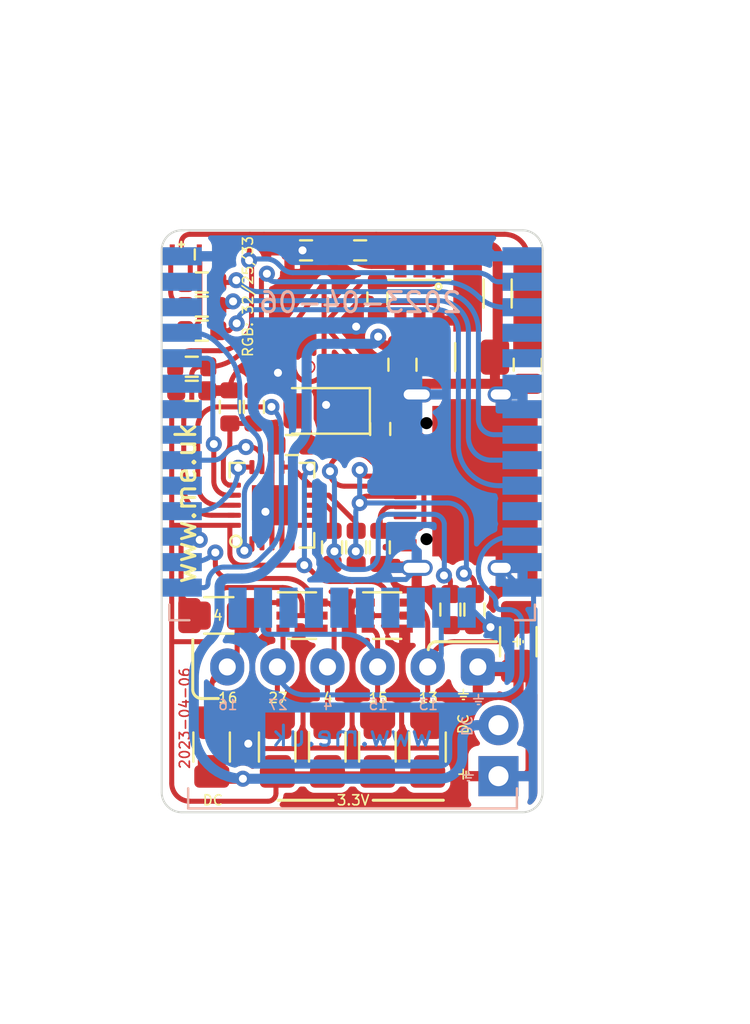
<source format=kicad_pcb>
(kicad_pcb (version 20211014) (generator pcbnew)
  (title_block (title "Generic ESP32 (suitable for battery operation)") (date "${DATE}") (rev "6") (comment 1 "www.me.uk") (comment 2 "@TheRealRevK"))
  (layers (0 "F.Cu" signal) (31 "B.Cu" signal) (34 "B.Paste" user) (35 "F.Paste" user) (36 "B.SilkS" user "B.Silkscreen") (37 "F.SilkS" user "F.Silkscreen") (38 "B.Mask" user) (39 "F.Mask" user) (44 "Edge.Cuts" user))
  (property "DATE" "2023-04-06")
  (net 0 "")
  (net 1 "D+")
  (net 2 "GND")
  (net 3 "D-")
  (net 4 "+3V3")
  (net 5 "VBUS")
  (net 6 "IO5")
  (net 7 "IO4")
  (net 8 "IO3")
  (net 9 "IO2")
  (net 10 "IO1")
  (net 11 "O")
  (net 12 "I")
  (net 22 "EN")
  (net 24 "Net-(J2-PadA5)")
  (net 25 "Net-(J2-PadB5)")
  (net 27 "Net-(J1-Pad6)")
  (net 28 "GPIO0")
  (net 32 "DC")
  (net 35 "CHARGER")
  (net 36 "USB")
  (net 37 "Net-(R15-Pad2)")
  (net 38 "Net-(D1-Pad3)")
  (net 39 "R")
  (net 40 "G")
  (net 41 "B")
  (net 44 "Net-(R17-Pad2)")
  (net 45 "Net-(C4-Pad1)")
  (net 46 "Net-(D1-Pad4)")
  (net 47 "Net-(C3-Pad1)")
  (net 49 "Net-(D1-Pad1)")
  (footprint "RevK:Pad_1206_0805_Open" (layer "F.Cu") (at 130.47 124.35 90)
    (fp_text reference "R2" hide)
    (fp_text value "NF")
  )
  (footprint "RevK:Pad_1206_0805_Open" (layer "F.Cu") (at 127.97 124.35 90)
    (fp_text reference "R3" hide)
    (fp_text value "NF")
  )
  (footprint "RevK:Pad_1206_0805_Open" (layer "F.Cu") (at 125.47 124.35 90)
    (fp_text reference "R4" hide)
    (fp_text value "NF")
  )
  (footprint "RevK:Pad_1206_0805_Open" (layer "F.Cu") (at 122.97 124.35 90)
    (fp_text reference "R5" hide)
    (fp_text value "NF")
  )
  (footprint "RevK:Pad_1206_0805_Open" (layer "F.Cu") (at 119.7 124.35 90)
    (fp_text reference "R6" hide)
    (fp_text value "NF")
  )
  (footprint "RevK:USC16-TR" (layer "F.Cu") (at 131.8 111.1 90)
    (fp_text reference "J2" hide)
    (fp_text value "USB-C")
  )
  (footprint "RevK:DC" (layer "F.Cu") (at 134 125.8)
    (fp_text reference "J3" hide)
    (fp_text value "DC")
  )
  (footprint "RevK:Pad_1206_0805_Open" (layer "F.Cu") (at 135 119.1 90)
    (fp_text reference "C1" hide)
    (fp_text value "NF")
  )
  (footprint "RevK:R_0603" (layer "F.Cu") (at 119.2 102.4)
    (fp_text reference "R10" hide)
    (fp_text value "100R")
  )
  (footprint "Diode_SMD:D_1206_3216Metric" (layer "F.Cu") (at 125.3 107.6 180)
    (fp_text reference "D2" hide)
    (fp_text value "D")
  )
  (footprint "RevK:C_0603" (layer "F.Cu") (at 118.7 106.6)
    (fp_text reference "C2" hide)
    (fp_text value "100nF")
  )
  (footprint "RevK:R_0603" (layer "F.Cu") (at 128.1 108.5 -90)
    (fp_text reference "R12" hide)
    (fp_text value "5K1")
  )
  (footprint "RevK:Pad_1206_0805_Open" (layer "F.Cu") (at 120.05 117.8)
    (fp_text reference "R7" hide)
    (fp_text value "NF")
  )
  (footprint "Package_TO_SOT_SMD:SOT-363_SC-70-6" (layer "F.Cu") (at 124.2 117.8)
    (fp_text reference "D4" hide)
    (fp_text value "BAV99S")
  )
  (footprint "Package_TO_SOT_SMD:SOT-363_SC-70-6" (layer "F.Cu") (at 128.45 117.8)
    (fp_text reference "D3" hide)
    (fp_text value "BAV99S")
  )
  (footprint "RevK:R_0603" (layer "F.Cu") (at 128.08 114.4 -90)
    (fp_text reference "R11" hide)
    (fp_text value "5K1")
  )
  (footprint "RevK:R_0603" (layer "F.Cu") (at 126.9 114.4 90)
    (fp_text reference "R13" hide)
    (fp_text value "27R")
  )
  (footprint "RevK:R_0603" (layer "F.Cu") (at 125.7 114.4 -90)
    (fp_text reference "R14" hide)
    (fp_text value "27R")
  )
  (footprint "RevK:MHS190RGBCT" (layer "F.Cu") (at 118.4 99.805)
    (fp_text reference "D1" hide)
    (fp_text value "LED_BARG" hide)
  )
  (footprint "RevK:R_0603" (layer "F.Cu") (at 119.2 101.2)
    (fp_text reference "R8" hide)
    (fp_text value "300R")
  )
  (footprint "RevK:R_0603" (layer "F.Cu") (at 119.2 103.6)
    (fp_text reference "R9" hide)
    (fp_text value "1K")
  )
  (footprint "RevK:C_0603" (layer "F.Cu") (at 123.7 109.3)
    (fp_text reference "C5" hide)
    (fp_text value "10nF")
  )
  (footprint "RevK:C_0603" (layer "F.Cu") (at 132.8 117.5 -90)
    (fp_text reference "C3" hide)
    (fp_text value "47pF")
  )
  (footprint "RevK:C_0603" (layer "F.Cu") (at 131.6 117.5 -90)
    (fp_text reference "C4" hide)
    (fp_text value "47pF")
  )
  (footprint "RevK:C_0805_" (layer "F.Cu") (at 129.21 105.3 90)
    (fp_text reference "C7" hide)
    (fp_text value "2.2uF")
  )
  (footprint "RevK:C_0805_" (layer "F.Cu") (at 135.46 105.3 90)
    (fp_text reference "C8" hide)
    (fp_text value "10uF")
  )
  (footprint "RevK:D_1206_" (layer "F.Cu") (at 132.34 104.92)
    (fp_text reference "D5" hide)
    (fp_text value "Schottky")
  )
  (footprint "RevK:L_4x4_" (layer "F.Cu") (at 133.96 101.75)
    (fp_text reference "L1" hide)
    (fp_text value "6.8uH")
  )
  (footprint "RevK:C_0603_" (layer "F.Cu") (at 127.96 102 -90)
    (fp_text reference "C6" hide)
    (fp_text value "100nF")
  )
  (footprint "RevK:R_0603" (layer "F.Cu") (at 121.8 107.4 -90)
    (fp_text reference "R15" hide)
    (fp_text value "4k7")
  )
  (footprint "RevK:R_0603" (layer "F.Cu") (at 118.7 105.4 180)
    (fp_text reference "R1" hide)
    (fp_text value "10k")
  )
  (footprint "RevK:R_0603" (layer "F.Cu") (at 124.4 99.6)
    (fp_text reference "R18" hide)
    (fp_text value "30k 1%")
  )
  (footprint "RevK:AJK" (layer "F.Cu") (at 125.3 103.3)
    (fp_text reference "Logo1" hide)
    (fp_text value "AJK" hide)
  )
  (footprint "RevK:R_0603" (layer "F.Cu") (at 127.1 99.6 180)
    (fp_text reference "R17" hide)
    (fp_text value "100k 1%")
  )
  (footprint "RevK:R_0603" (layer "F.Cu") (at 120.6 107.4 90)
    (fp_text reference "R16" hide)
    (fp_text value "10k")
  )
  (footprint "RevK:QFN-20-1EP_4x4mm_P0.5mm_EP2.5x2.5mm" (layer "F.Cu") (at 122.7 112.3 90)
    (fp_text reference "U2" hide)
    (fp_text value "FT231XQ")
  )
  (footprint "RevK:SOT-23-Thin-6-Reg" (layer "F.Cu") (at 130.06 101.75)
    (fp_text reference "U3" hide)
    (fp_text value "LMR16006XDDCR")
  )
  (footprint "RevK:PTSM-HH-6-RA" (layer "B.Cu") (at 126.72 120.3575 180)
    (fp_text reference "J1" hide)
    (fp_text value "Connector")
  )
  (footprint "RevK:ESP32-WROOM-32" (layer "B.Cu") (at 126.7 108.15 180)
    (fp_text reference "U1" hide)
    (fp_text value "ESP32-WROOM-32")
  )
  (gr_line (start 123 127) (end 125.75 127) (layer "F.SilkS") (width 0.15))
  (gr_line (start 133.9 119.1) (end 130.9 119.1) (layer "F.SilkS") (width 0.15))
  (gr_line (start 119.2 121.932613) (end 120.025 121.929844) (layer "F.SilkS") (width 0.15))
  (gr_line (start 118.75 119) (end 118.747231 121.479844) (layer "F.SilkS") (width 0.15))
  (gr_arc (start 130.5 119.5) (mid 130.617157 119.217157) (end 130.9 119.1) (layer "F.SilkS") (width 0.15))
  (gr_arc (start 119.2 121.932613) (mid 118.879844 121.8) (end 118.747231 121.479844) (layer "F.SilkS") (width 0.15))
  (gr_line (start 131.25 127) (end 127.75 127) (layer "F.SilkS") (width 0.15))
  (gr_line (start 118.2 127.6) (end 135.2 127.6) (layer "Edge.Cuts") (width 0.1))
  (gr_line (start 136.2 126.6) (end 136.2 99.6) (layer "Edge.Cuts") (width 0.1))
  (gr_line (start 117.2 99.6) (end 117.2 126.6) (layer "Edge.Cuts") (width 0.1))
  (gr_arc (start 136.2 126.6) (mid 135.907107 127.307107) (end 135.2 127.6) (layer "Edge.Cuts") (width 0.1))
  (gr_line (start 135.2 98.6) (end 118.2 98.6) (layer "Edge.Cuts") (width 0.1))
  (gr_arc (start 135.2 98.6) (mid 135.907107 98.892893) (end 136.2 99.6) (layer "Edge.Cuts") (width 0.1))
  (gr_arc (start 117.2 99.6) (mid 117.492893 98.892893) (end 118.2 98.6) (layer "Edge.Cuts") (width 0.1))
  (gr_arc (start 118.2 127.6) (mid 117.492893 127.307107) (end 117.2 126.6) (layer "Edge.Cuts") (width 0.1))
  (gr_text "${DATE}" (at 118.35 122.91 90) (layer "F.Cu") (effects (font (size 0.5 0.5) (thickness 0.08))))
  (gr_text "www.me.uk" (at 126.7 123.8) (layer "B.Cu") (effects (font (size 1 1)) (justify mirror)))
  (gr_text "⏚" (at 133 122) (layer "B.SilkS") (effects (font (size 0.5 0.5) (thickness 0.08)) (justify mirror)))
  (gr_text "DC" (at 132.4 123.3 270) (layer "B.SilkS") (effects (font (size 0.5 0.5) (thickness 0.08)) (justify mirror)))
  (gr_text "4" (at 125.5 122.25) (layer "B.SilkS") (effects (font (size 0.5 0.5) (thickness 0.08)) (justify mirror)))
  (gr_text "15" (at 128 122.25) (layer "B.SilkS") (effects (font (size 0.5 0.5) (thickness 0.08)) (justify mirror)))
  (gr_text "${DATE}" (at 127.1 102.2) (layer "B.SilkS") (effects (font (size 1 1)) (justify mirror)))
  (gr_text "⏚" (at 132.5 125.8) (layer "B.SilkS") (effects (font (size 0.5 0.5) (thickness 0.08)) (justify mirror)))
  (gr_text "27" (at 123 122.25) (layer "B.SilkS") (effects (font (size 0.5 0.5) (thickness 0.08)) (justify mirror)))
  (gr_text "13" (at 130.5 122.25) (layer "B.SilkS") (effects (font (size 0.5 0.5) (thickness 0.08)) (justify mirror)))
  (gr_text "16" (at 120.5 122.25) (layer "B.SilkS") (effects (font (size 0.5 0.5) (thickness 0.08)) (justify mirror)))
  (gr_text "⏚" (at 132.25 121.75) (layer "F.SilkS") (effects (font (size 0.5 0.5) (thickness 0.08))))
  (gr_text "3.3V" (at 126.75 127) (layer "F.SilkS") (effects (font (size 0.5 0.5) (thickness 0.08))))
  (gr_text "⏚" (at 135 119.1 90) (layer "F.SilkS") (effects (font (size 0.5 0.5) (thickness 0.08))))
  (gr_text "DC" (at 132.25 123.2 90) (layer "F.SilkS") (effects (font (size 0.5 0.5) (thickness 0.08))))
  (gr_text "⏚" (at 132.3 125.7 90) (layer "F.SilkS") (effects (font (size 0.5 0.5) (thickness 0.08))))
  (gr_text "13" (at 130.5 121.9) (layer "F.SilkS") (effects (font (size 0.5 0.5) (thickness 0.08))))
  (gr_text "RGB: 32/25/33" (at 121.5 101.9 90) (layer "F.SilkS") (effects (font (size 0.5 0.5) (thickness 0.08))))
  (gr_text "DC" (at 119.75 127) (layer "F.SilkS") (effects (font (size 0.5 0.5) (thickness 0.08))))
  (gr_text "16" (at 120.5 121.9) (layer "F.SilkS") (effects (font (size 0.5 0.5) (thickness 0.08))))
  (gr_text "15" (at 128 121.9) (layer "F.SilkS") (effects (font (size 0.5 0.5) (thickness 0.08))))
  (gr_text "www.me.uk" (at 118.4 112.2 90) (layer "F.SilkS") (effects (font (size 1 1))))
  (gr_text "4" (at 125.5 121.9) (layer "F.SilkS") (effects (font (size 0.5 0.5) (thickness 0.08))))
  (gr_text "27" (at 123 121.9) (layer "F.SilkS") (effects (font (size 0.5 0.5) (thickness 0.08))))
  (gr_text "4" (at 120 117.8) (layer "F.SilkS") (effects (font (size 0.5 0.5) (thickness 0.08))))
  (segment (start 124.6 112.3) (end 125.4 112.3) (width 0.25) (layer "F.Cu") (net 1))
  (segment (start 125.7 112.6) (end 125.7 113.575) (width 0.25) (layer "F.Cu") (net 1))
  (segment (start 125.4 112.3) (end 125.7 112.6) (width 0.25) (layer "F.Cu") (net 1))
  (segment (start 123.263855 100.836145) (end 123.263855 100.920261) (width 0.25) (layer "F.Cu") (net 2))
  (segment (start 129.77 115.225) (end 129.965 115.42) (width 0.25) (layer "F.Cu") (net 2))
  (segment (start 122.40001 117.42499) (end 122.40001 118.664627) (width 0.25) (layer "F.Cu") (net 2))
  (segment (start 128.325 107.9) (end 129.34 107.9) (width 0.25) (layer "F.Cu") (net 2))
  (segment (start 124.5 124.4) (end 126.7 124.4) (width 0.25) (layer "F.Cu") (net 2))
  (segment (start 129.17001 118.67999) (end 129.17001 124.27001) (width 0.25) (layer "F.Cu") (net 2))
  (segment (start 121.8 105.8) (end 121.85048 105.85048) (width 0.25) (layer "F.Cu") (net 2))
  (segment (start 123.7 114.2) (end 123.7 113.3) (width 0.25) (layer "F.Cu") (net 2))
  (segment (start 129.3 124.4) (end 131.13313 124.4) (width 0.25) (layer "F.Cu") (net 2))
  (segment (start 126.7 117.55) (end 126.7 124.4) (width 0.25) (layer "F.Cu") (net 2))
  (segment (start 133.045 120.5) (end 135.6 120.5) (width 0.5) (layer "F.Cu") (net 2))
  (segment (start 123.2 114.2) (end 123.2 112.8) (width 0.25) (layer "F.Cu") (net 2))
  (segment (start 131.6 118.11566) (end 131.6 118.35) (width 0.25) (layer "F.Cu") (net 2))
  (segment (start 127.5 117.15) (end 127.1 117.15) (width 0.25) (layer "F.Cu") (net 2))
  (segment (start 123.575 99.6) (end 123.575 100.525) (width 0.25) (layer "F.Cu") (net 2))
  (segment (start 133.7 118.5) (end 132.95 118.5) (width 0.25) (layer "F.Cu") (net 2))
  (segment (start 122.8 102.6) (end 122.8 103.8) (width 0.25) (layer "F.Cu") (net 2))
  (segment (start 124.2255 100.5495) (end 124.125 100.65) (width 0.25) (layer "F.Cu") (net 2))
  (segment (start 129.2 106.25) (end 129.435 106.25) (width 0.5) (layer "F.Cu") (net 2))
  (segment (start 132.53313 125.8) (end 134 125.8) (width 0.25) (layer "F.Cu") (net 2))
  (segment (start 123.575 99.6) (end 124.2255 99.6) (width 0.25) (layer "F.Cu") (net 2))
  (segment (start 124.249999 124.349999) (end 124.249999 118.800001) (width 0.25) (layer "F.Cu") (net 2))
  (segment (start 125.15 118.45) (end 124.6 118.45) (width 0.25) (layer "F.Cu") (net 2))
  (segment (start 122.2 113.1) (end 122.7 112.6) (width 0.25) (layer "F.Cu") (net 2))
  (segment (start 124.125 100.65) (end 123.575 100.65) (width 0.25) (layer "F.Cu") (net 2))
  (segment (start 129.385 107.9) (end 128.325 107.9) (width 0.25) (layer "F.Cu") (net 2))
  (segment (start 122.7 112.3) (end 123.7 113.3) (width 0.25) (layer "F.Cu") (net 2))
  (segment (start 128.1 115.225) (end 129.77 115.225) (width 0.25) (layer "F.Cu") (net 2))
  (segment (start 121.006586 105.593413) (end 121.3 105.3) (width 0.25) (layer "F.Cu") (net 2))
  (segment (start 121.722999 119.341638) (end 121.722999 121.577001) (width 0.25) (layer "F.Cu") (net 2))
  (segment (start 131.13313 124.4) (end 132.53313 125.8) (width 0.25) (layer "F.Cu") (net 2))
  (segment (start 121.764992 124.42499) (end 124.47501 124.42499) (width 0.25) (layer "F.Cu") (net 2))
  (segment (start 129.435 106.25) (end 129.965 106.78) (width 0.5) (layer "F.Cu") (net 2))
  (segment (start 130.29217 116.80783) (end 131.6 118.11566) (width 0.25) (layer "F.Cu") (net 2))
  (segment (start 123.1 101.084116) (end 123.1 102.3) (width 0.25) (layer "F.Cu") (net 2))
  (segment (start 124.6 113.3) (end 123.7 113.3) (width 0.25) (layer "F.Cu") (net 2))
  (segment (start 121.3 105.3) (end 122.3 104.3) (width 0.25) (layer "F.Cu") (net 2))
  (segment (start 135.6 120.5) (end 135.6 125.45) (width 0.5) (layer "F.Cu") (net 2))
  (segment (start 122.2 114.2) (end 122.2 112.8) (width 0.25) (layer "F.Cu") (net 2))
  (segment (start 122.7 109.525) (end 122.925 109.3) (width 0.25) (layer "F.Cu") (net 2))
  (segment (start 121.3 105.3) (end 121.8 105.8) (width 0.25) (layer "F.Cu") (net 2))
  (segment (start 121.85048 105.85048) (end 122.63671 105.85048) (width 0.25) (layer "F.Cu") (net 2))
  (segment (start 129.17001 124.27001) (end 129.3 124.4) (width 0.25) (layer "F.Cu") (net 2))
  (segment (start 124.5 124.4) (end 124.3 124.4) (width 0.25) (layer "F.Cu") (net 2))
  (segment (start 132.95 118.5) (end 132.8 118.35) (width 0.25) (layer "F.Cu") (net 2))
  (segment (start 126.7 124.4) (end 129.3 124.4) (width 0.25) (layer "F.Cu") (net 2))
  (segment (start 123.575 100.525) (end 123.263855 100.836145) (width 0.25) (layer "F.Cu") (net 2))
  (segment (start 124.47501 124.42499) (end 124.5 124.4) (width 0.25) (layer "F.Cu") (net 2))
  (segment (start 124.2255 99.6) (end 124.2255 100.5495) (width 0.25) (layer "F.Cu") (net 2))
  (segment (start 124.3 124.4) (end 124.249999 124.349999) (width 0.25) (layer "F.Cu") (net 2))
  (segment (start 123.25 117.15) (end 122.675 117.15) (width 0.25) (layer "F.Cu") (net 2))
  (segment (start 122.3 104.3) (end 122.8 103.8) (width 0.25) (layer "F.Cu") (net 2))
  (segment (start 135.25 125.8) (end 134 125.8) (width 0.5) (layer "F.Cu") (net 2))
  (segment (start 123.1 102.3) (end 122.8 102.6) (width 0.25) (layer "F.Cu") (net 2))
  (segment (start 122.2 112.8) (end 122.375 112.625) (width 0.25) (layer "F.Cu") (net 2))
  (segment (start 129.92 114.88) (end 129.92 115.42) (width 0.25) (layer "F.Cu") (net 2))
  (segment (start 129.34 107.36) (end 129.34 107.9) (width 0.25) (layer "F.Cu") (net 2))
  (segment (start 122.375 112.625) (end 122.7 112.3) (width 0.25) (layer "F.Cu") (net 2))
  (segment (start 122.7 114.2) (end 122.7 112.3) (width 0.25) (layer "F.Cu") (net 2))
  (segment (start 129.965 115.42) (end 129.965 116.017972) (width 0.25) (layer "F.Cu") (net 2))
  (segment (start 122.40001 118.664627) (end 121.9 119.164637) (width 0.25) (layer "F.Cu") (net 2))
  (segment (start 123.263855 100.920261) (end 123.1 101.084116) (width 0.25) (layer "F.Cu") (net 2))
  (segment (start 121.520001 121.779999) (end 121.520001 124.179999) (width 0.25) (layer "F.Cu") (net 2))
  (segment (start 129.4 118.45) (end 129.17001 118.67999) (width 0.25) (layer "F.Cu") (net 2))
  (segment (start 122.7 112.3) (end 122.7 109.525) (width 0.25) (layer "F.Cu") (net 2))
  (via (at 133.6 118.3755) (size 0.8) (drill 0.4) (layers "F.Cu" "B.Cu") (net 2))
  (via (at 125.4 107.3) (size 0.8) (drill 0.4) (layers "F.Cu" "B.Cu") (net 2))
  (via (at 121.520001 124.179999) (size 0.8) (drill 0.4) (layers "F.Cu" "B.Cu") (net 2))
  (via (at 124.2255 99.6) (size 0.8) (drill 0.4) (layers "F.Cu" "B.Cu") (net 2))
  (via (at 126.9 103.4) (size 0.8) (drill 0.4) (layers "F.Cu" "B.Cu") (net 2))
  (via (at 122.375 112.625) (size 0.8) (drill 0.4) (layers "F.Cu" "B.Cu") (net 2))
  (via (at 123 105.7) (size 0.8) (drill 0.4) (layers "F.Cu" "B.Cu") (net 2))
  (arc (start 120.6 106.575) (mid 120.705668 106.043769) (end 121.006586 105.593413) (width 0.25) (layer "F.Cu") (net 2))
  (arc (start 121.722999 121.577001) (mid 121.716263 121.593264) (end 121.7 121.6) (width 0.25) (layer "F.Cu") (net 2))
  (arc (start 128.1 107.675) (mid 128.165901 107.834099) (end 128.325 107.9) (width 0.25) (layer "F.Cu") (net 2))
  (arc (start 129.92 106.78) (mid 129.509878 106.949878) (end 129.34 107.36) (width 0.25) (layer "F.Cu") (net 2))
  (arc (start 122.63671 105.85048) (mid 122.833321 105.811371) (end 123 105.7) (width 0.25) (layer "F.Cu") (net 2))
  (arc (start 124.6 118.45) (mid 124.352512 118.552513) (end 124.249999 118.800001) (width 0.25) (layer "F.Cu") (net 2))
  (arc (start 127.1 117.15) (mid 126.817157 117.267157) (end 126.7 117.55) (width 0.25) (layer "F.Cu") (net 2))
  (arc (start 121.9 119.164637) (mid 121.774841 119.216479) (end 121.722999 119.341638) (width 0.25) (layer "F.Cu") (net 2))
  (arc (start 135.6 125.45) (mid 135.497487 125.697487) (end 135.25 125.8) (width 0.5) (layer "F.Cu") (net 2))
  (arc (start 129.965 116.017972) (mid 130.050028 116.44544) (end 130.29217 116.80783) (width 0.25) (layer "F.Cu") (net 2))
  (arc (start 122.675 117.15) (mid 122.480553 117.230543) (end 122.40001 117.42499) (width 0.25) (layer "F.Cu") (net 2))
  (arc (start 129.34 114.3) (mid 129.750122 114.469878) (end 129.92 114.88) (width 0.25) (layer "F.Cu") (net 2))
  (arc (start 121.7 121.6) (mid 121.572721 121.65272) (end 121.520001 121.779999) (width 0.25) (layer "F.Cu") (net 2))
  (segment (start 132.605 117.405) (end 133.7 118.5) (width 0.25) (layer "B.Cu") (net 2))
  (segment (start 135.2 115.135) (end 134.42 115.135) (width 0.25) (layer "B.Cu") (net 2))
  (segment (start 133.705 99.895) (end 135.2 99.895) (width 0.5) (layer "B.Cu") (net 2))
  (segment (start 134.67 106.245) (end 134.135 106.78) (width 0.25) (layer "B.Cu") (net 2))
  (segment (start 129.385 116) (end 129.965 115.42) (width 0.25) (layer "B.Cu") (net 2))
  (segment (start 135.2 106.245) (end 134.67 106.245) (width 0.25) (layer "B.Cu") (net 2))
  (segment (start 135.2 116.405) (end 135.305 116.405) (width 0.25) (layer "B.Cu") (net 2))
  (segment (start 132.415 117.405) (end 132.605 117.405) (width 0.25) (layer "B.Cu") (net 2))
  (segment (start 135.2 116.405) (end 135.12 116.405) (width 0.25) (layer "B.Cu") (net 2))
  (segment (start 129.92 106.78) (end 128.315 106.78) (width 0.25) (layer "B.Cu") (net 2))
  (segment (start 135.2 107.515) (end 134.87 107.515) (width 0.25) (layer "B.Cu") (net 2))
  (segment (start 124.700556 99.124944) (end 125.775056 99.124944) (width 0.25) (layer "B.Cu") (net 2))
  (segment (start 135.75 116.85) (end 135.75 125.25) (width 0.25) (layer "B.Cu") (net 2))
  (segment (start 120.405 99.895) (end 118.2 99.895) (width 0.5) (layer "B.Cu") (net 2))
  (segment (start 125.036119 113.317927) (end 125.036119 115.236119) (width 0.25) (layer "B.Cu") (net 2))
  (segment (start 133.445 99.635) (end 133.705 99.895) (width 0.5) (layer "B.Cu") (net 2))
  (segment (start 134.87 107.515) (end 134.135 106.78) (width 0.25) (layer "B.Cu") (net 2))
  (segment (start 125.8 116) (end 129.385 116) (width 0.25) (layer "B.Cu") (net 2))
  (segment (start 135.25 125.75) (end 134.05 125.75) (width 0.25) (layer "B.Cu") (net 2))
  (segment (start 121.024944 99.275056) (end 120.405 99.895) (width 0.5) (layer "B.Cu") (net 2))
  (segment (start 125.775056 99.124944) (end 132.213616 99.124944) (width 0.5) (layer "B.Cu") (net 2))
  (segment (start 125.036119 115.236119) (end 125.8 116) (width 0.25) (layer "B.Cu") (net 2))
  (segment (start 124.2255 99.6) (end 124.700556 99.124944) (width 0.25) (layer "B.Cu") (net 2))
  (segment (start 125.009096 113.290904) (end 125.036119 113.317927) (width 0.25) (layer "B.Cu") (net 2))
  (segment (start 134.42 115.135) (end 134.135 115.42) (width 0.25) (layer "B.Cu") (net 2))
  (segment (start 135.12 116.405) (end 134.135 115.42) (width 0.25) (layer "B.Cu") (net 2))
  (segment (start 125.775056 99.124944) (end 121.387346 99.124944) (width 0.5) (layer "B.Cu") (net 2))
  (arc (start 121.387346 99.124944) (mid 121.191216 99.163956) (end 121.024944 99.275056) (width 0.5) (layer "B.Cu") (net 2))
  (arc (start 128.315 106.78) (mid 127.880129 106.960129) (end 127.7 107.395) (width 0.25) (layer "B.Cu") (net 2))
  (arc (start 134.05 125.75) (mid 134.014645 125.764645) (end 134 125.8) (width 0.25) (layer "B.Cu") (net 2))
  (arc (start 135.75 125.25) (mid 135.603553 125.603553) (end 135.25 125.75) (width 0.25) (layer "B.Cu") (net 2))
  (arc (start 132.213616 99.124944) (mid 132.880036 99.257503) (end 133.445 99.635) (width 0.5) (layer "B.Cu") (net 2))
  (arc (start 135.305 116.405) (mid 135.619663 116.535337) (end 135.75 116.85) (width 0.25) (layer "B.Cu") (net 2))
  (segment (start 125.535704 111.8) (end 126.9 113.164296) (width 0.25) (layer "F.Cu") (net 3))
  (segment (start 126.9 113.164296) (end 126.9 113.575) (width 0.25) (layer "F.Cu") (net 3))
  (segment (start 124.6 111.8) (end 125.535704 111.8) (width 0.25) (layer "F.Cu") (net 3))
  (segment (start 135.46 99.96) (end 135.46 101.8) (width 0.25) (layer "F.Cu") (net 4))
  (segment (start 123.7 110.4) (end 124.2 110.9) (width 0.25) (layer "F.Cu") (net 4))
  (segment (start 127.6 116.1) (end 125.624264 116.1) (width 0.25) (layer "F.Cu") (net 4))
  (segment (start 117.875 105.4) (end 117.875 106.55) (width 0.25) (layer "F.Cu") (net 4))
  (segment (start 121.6 98.8) (end 118.605 98.8) (width 0.25) (layer "F.Cu") (net 4))
  (segment (start 122.3 98.8) (end 121.6 98.8) (width 0.25) (layer "F.Cu") (net 4))
  (segment (start 117.7 113.3) (end 120.8 113.3) (width 0.25) (layer "F.Cu") (net 4))
  (segment (start 127.925 98.825) (end 127.9 98.8) (width 0.25) (layer "F.Cu") (net 4))
  (segment (start 120.078341 104.6) (end 118.675 104.6) (width 0.25) (layer "F.Cu") (net 4))
  (segment (start 128.5 117.1) (end 128.5 117) (width 0.25) (layer "F.Cu") (net 4))
  (segment (start 123.25 117.8) (end 124.2 117.8) (width 0.25) (layer "F.Cu") (net 4))
  (segment (start 120.6 113.3) (end 120.6 114.7) (width 0.25) (layer "F.Cu") (net 4))
  (segment (start 124.405339 115.336763) (end 124.361361 115.336763) (width 0.25) (layer "F.Cu") (net 4))
  (segment (start 127.5 117.8) (end 128.5 117.8) (width 0.25) (layer "F.Cu") (net 4))
  (segment (start 125.47 125.8125) (end 127.97 125.8125) (width 0.5) (layer "F.Cu") (net 4))
  (segment (start 121.56 100.1) (end 121.56 98.84) (width 0.25) (layer "F.Cu") (net 4))
  (segment (start 120.5 116.4) (end 123.231389 116.4) (width 0.25) (layer "F.Cu") (net 4))
  (segment (start 121.412895 103.812895) (end 121.012895 104.212895) (width 0.25) (layer "F.Cu") (net 4))
  (segment (start 119.97452 118.484312) (end 119.97452 116.92548) (width 0.25) (layer "F.Cu") (net 4))
  (segment (start 124.361361 115.336763) (end 124.311618 115.28702) (width 0.25) (layer "F.Cu") (net 4))
  (segment (start 124.2 117.8) (end 125.15 117.8) (width 0.25) (layer "F.Cu") (net 4))
  (segment (start 118.175 99.23) (end 118.175 99.805) (width 0.25) (layer "F.Cu") (net 4))
  (segment (start 121.18702 115.28702) (end 124.311618 115.28702) (width 0.25) (layer "F.Cu") (net 4))
  (segment (start 128.5 117.8) (end 129.4 117.8) (width 0.25) (layer "F.Cu") (net 4))
  (segment (start 117.69999 126.14999) (end 117.69999 113.29999) (width 0.25) (layer "F.Cu") (net 4))
  (segment (start 117.69999 113.29999) (end 117.69999 106.82501) (width 0.25) (layer "F.Cu") (net 4))
  (segment (start 122.5 127.05) (end 118.6 127.05) (width 0.25) (layer "F.Cu") (net 4))
  (segment (start 124.6 110.5) (end 124.6 110.4) (width 0.25) (layer "F.Cu") (net 4))
  (segment (start 127.925 99.6) (end 127.925 98.825) (width 0.25) (layer "F.Cu") (net 4))
  (segment (start 121.68328 100.397624) (end 121.68328 103.160128) (width 0.25) (layer "F.Cu") (net 4))
  (segment (start 117.69999 119.10001) (end 119.358822 119.10001) (width 0.25) (layer "F.Cu") (net 4))
  (segment (start 124.2 117.227189) (end 124.2 117.8) (width 0.25) (layer "F.Cu") (net 4))
  (segment (start 134.3 98.8) (end 127.9 98.8) (width 0.25) (layer "F.Cu") (net 4))
  (segment (start 127.97 125.8125) (end 130.47 125.8125) (width 0.5) (layer "F.Cu") (net 4))
  (segment (start 124.2 110.9) (end 124.6 111.3) (width 0.25) (layer "F.Cu") (net 4))
  (segment (start 124.9 115.8) (end 124.506783 115.406784) (width 0.25) (layer "F.Cu") (net 4))
  (segment (start 117.7 113.3) (end 117.69999 113.29999) (width 0.25) (layer "F.Cu") (net 4))
  (segment (start 122.9 125.8825) (end 122.9 126.65) (width 0.25) (layer "F.Cu") (net 4))
  (segment (start 128.5 117.8) (end 128.5 117.1) (width 0.25) (layer "F.Cu") (net 4))
  (segment (start 122.3 98.8) (end 127.9 98.8) (width 0.25) (layer "F.Cu") (net 4))
  (segment (start 124.2 110.9) (end 124.6 110.5) (width 0.25) (layer "F.Cu") (net 4))
  (segment (start 123.2 110.4) (end 123.7 110.4) (width 0.25) (layer "F.Cu") (net 4))
  (segment (start 122.97 125.8125) (end 125.47 125.8125) (width 0.5) (layer "F.Cu") (net 4))
  (via (at 124.6 110.4) (size 0.8) (drill 0.4) (layers "F.Cu" "B.Cu") (net 4))
  (via (at 121.56 100.1) (size 0.8) (drill 0.4) (layers "F.Cu" "B.Cu") (net 4))
  (via (at 124.311618 115.28702) (size 0.8) (drill 0.4) (layers "F.Cu" "B.Cu") (net 4))
  (arc (start 125.624264 116.1) (mid 125.232295 116.022033) (end 124.9 115.8) (width 0.25) (layer "F.Cu") (net 4))
  (arc (start 118.675 104.6) (mid 118.109315 104.834315) (end 117.875 105.4) (width 0.25) (layer "F.Cu") (net 4))
  (arc (start 122.97 125.8125) (mid 122.920503 125.833003) (end 122.9 125.8825) (width 0.25) (layer "F.Cu") (net 4))
  (arc (start 121.68328 103.160128) (mid 121.613009 103.513402) (end 121.412895 103.812895) (width 0.25) (layer "F.Cu") (net 4))
  (arc (start 121.56 100.1) (mid 121.65124 100.23655) (end 121.68328 100.397624) (width 0.25) (layer "F.Cu") (net 4))
  (arc (start 123.231389 116.4) (mid 123.640328 116.481343) (end 123.987011 116.712989) (width 0.25) (layer "F.Cu") (net 4))
  (arc (start 128.5 117) (mid 128.236396 116.363604) (end 127.6 116.1) (width 0.25) (layer "F.Cu") (net 4))
  (arc (start 119.97452 116.92548) (mid 120.12843 116.55391) (end 120.5 116.4) (width 0.25) (layer "F.Cu") (net 4))
  (arc (start 121.56 98.84) (mid 121.571716 98.811716) (end 121.6 98.8) (width 0.25) (layer "F.Cu") (net 4))
  (arc (start 117.925 106.6) (mid 117.765894 106.665904) (end 117.69999 106.82501) (width 0.25) (layer "F.Cu") (net 4))
  (arc (start 117.875 106.55) (mid 117.889645 106.585355) (end 117.925 106.6) (width 0.25) (layer "F.Cu") (net 4))
  (arc (start 118.6 127.05) (mid 117.963597 126.786393) (end 117.69999 126.14999) (width 0.25) (layer "F.Cu") (net 4))
  (arc (start 118.605 98.8) (mid 118.300944 98.925944) (end 118.175 99.23) (width 0.25) (layer "F.Cu") (net 4))
  (arc (start 120.6 114.7) (mid 120.771934 115.115086) (end 121.18702 115.28702) (width 0.25) (layer "F.Cu") (net 4))
  (arc (start 121.012895 104.212895) (mid 120.584117 104.499396) (end 120.078341 104.6) (width 0.25) (layer "F.Cu") (net 4))
  (arc (start 122.9 126.65) (mid 122.782843 126.932843) (end 122.5 127.05) (width 0.25) (layer "F.Cu") (net 4))
  (arc (start 134.3 98.8) (mid 135.120244 99.139756) (end 135.46 99.96) (width 0.25) (layer "F.Cu") (net 4))
  (arc (start 124.506783 115.406784) (mid 124.45906 115.367619) (end 124.405339 115.336763) (width 0.25) (layer "F.Cu") (net 4))
  (arc (start 123.987011 116.712989) (mid 124.144646 116.948906) (end 124.2 117.227189) (width 0.25) (layer "F.Cu") (net 4))
  (arc (start 119.358822 119.10001) (mid 119.794186 118.919676) (end 119.97452 118.484312) (width 0.25) (layer "F.Cu") (net 4))
  (segment (start 121.728994 100.03) (end 122.42766 100.03) (width 0.25) (layer "B.Cu") (net 4))
  (segment (start 133.991776 101.165) (end 135.2 101.165) (width 0.25) (layer "B.Cu") (net 4))
  (segment (start 124.318543 115.280095) (end 124.311618 115.28702) (width 0.25) (layer "B.Cu") (net 4))
  (segment (start 124.318543 115.280095) (end 124.318543 111.079497) (width 0.25) (layer "B.Cu") (net 4))
  (segment (start 122.995 100.265) (end 123.22 100.49) (width 0.25) (layer "B.Cu") (net 4))
  (segment (start 123.751126 100.71) (end 132.89331 100.71) (width 0.25) (layer "B.Cu") (net 4))
  (arc (start 123.22 100.49) (mid 123.463683 100.652824) (end 123.751126 100.71) (width 0.25) (layer "B.Cu") (net 4))
  (arc (start 124.318543 111.079497) (mid 124.391691 110.711756) (end 124.6 110.4) (width 0.25) (layer "B.Cu") (net 4))
  (arc (start 122.42766 100.03) (mid 122.734702 100.091074) (end 122.995 100.265) (width 0.25) (layer "B.Cu") (net 4))
  (arc (start 132.89331 100.71) (mid 133.324475 100.795764) (end 133.69 101.04) (width 0.25) (layer "B.Cu") (net 4))
  (arc (start 121.56 100.1) (mid 121.637536 100.048191) (end 121.728994 100.03) (width 0.25) (layer "B.Cu") (net 4))
  (arc (start 133.69 101.04) (mid 133.828456 101.132513) (end 133.991776 101.165) (width 0.25) (layer "B.Cu") (net 4))
  (segment (start 129.870006 113.5) (end 129.385 113.5) (width 0.25) (layer "F.Cu") (net 5))
  (segment (start 127.425 108.725) (end 127.125 109.025) (width 0.25) (layer "F.Cu") (net 5))
  (segment (start 130.280001 109.109995) (end 130.280001 113.090005) (width 0.25) (layer "F.Cu") (net 5))
  (segment (start 129.385 108.7) (end 129.870006 108.7) (width 0.25) (layer "F.Cu") (net 5))
  (segment (start 126.461092 109.3) (end 124.475 109.3) (width 0.25) (layer "F.Cu") (net 5))
  (segment (start 129.385 108.7) (end 129.28499 108.59999) (width 0.25) (layer "F.Cu") (net 5))
  (segment (start 124.475 108.988172) (end 124.475 109.3) (width 0.5) (layer "F.Cu") (net 5))
  (segment (start 129.28499 108.59999) (end 127.7268 108.59999) (width 0.25) (layer "F.Cu") (net 5))
  (segment (start 121.8 106.575) (end 122.856802 106.575) (width 0.25) (layer "F.Cu") (net 5))
  (arc (start 129.870006 108.7) (mid 130.159916 108.820085) (end 130.280001 109.109995) (width 0.25) (layer "F.Cu") (net 5))
  (arc (start 127.125 109.025) (mid 126.820396 109.22853) (end 126.461092 109.3) (width 0.25) (layer "F.Cu") (net 5))
  (arc (start 127.7268 108.59999) (mid 127.563467 108.632479) (end 127.425 108.725) (width 0.25) (layer "F.Cu") (net 5))
  (arc (start 123.9 107.6) (mid 124.325562 108.236898) (end 124.475 108.988172) (width 0.5) (layer "F.Cu") (net 5))
  (arc (start 130.280001 113.090005) (mid 130.159916 113.379915) (end 129.870006 113.5) (width 0.25) (layer "F.Cu") (net 5))
  (arc (start 122.856802 106.575) (mid 123.150778 106.633476) (end 123.4 106.8) (width 0.25) (layer "F.Cu") (net 5))
  (segment (start 118.166106 117.378606) (end 118.166106 114.233894) (width 0.25) (layer "F.Cu") (net 6))
  (segment (start 118.5875 117.8) (end 118.166106 117.378606) (width 0.25) (layer "F.Cu") (net 6))
  (segment (start 119.09812 114.0245) (end 118.3755 114.0245) (width 0.25) (layer "F.Cu") (net 6))
  (segment (start 118.3 116.9625) (end 119.1375 117.8) (width 0.25) (layer "F.Cu") (net 6))
  (via (at 119.09812 114.0245) (size 0.8) (drill 0.4) (layers "F.Cu" "B.Cu") (net 6))
  (arc (start 118.3755 114.0245) (mid 118.227436 114.08583) (end 118.166106 114.233894) (width 0.25) (layer "F.Cu") (net 6))
  (segment (start 122.97 120.5) (end 122.97 122.8875) (width 0.25) (layer "F.Cu") (net 7))
  (segment (start 123.25 118.45) (end 123.25 120.22) (width 0.25) (layer "F.Cu") (net 7))
  (arc (start 123.25 120.22) (mid 123.16799 120.41799) (end 122.97 120.5) (width 0.25) (layer "F.Cu") (net 7))
  (segment (start 133.36 116.44) (end 133.719436 116.799436) (width 0.25) (layer "B.Cu") (net 7))
  (segment (start 134.080002 121.75) (end 124.35 121.75) (width 0.25) (layer "B.Cu") (net 7))
  (segment (start 122.97 120.37) (end 122.97 120.3575) (width 0.25) (layer "B.Cu") (net 7))
  (segment (start 135.2 113.865) (end 134.635 113.865) (width 0.25) (layer "B.Cu") (net 7))
  (segment (start 133 115.5) (end 133 115.570884) (width 0.25) (layer "B.Cu") (net 7))
  (segment (start 135.172811 118.172811) (end 135.172811 120.657191) (width 0.25) (layer "B.Cu") (net 7))
  (segment (start 133.875 117.175) (end 133.875 117.275) (width 0.25) (layer "B.Cu") (net 7))
  (segment (start 134.1 117.5) (end 134.5 117.5) (width 0.25) (layer "B.Cu") (net 7))
  (arc (start 133.875 117.275) (mid 133.940901 117.434099) (end 134.1 117.5) (width 0.25) (layer "B.Cu") (net 7))
  (arc (start 134.635 113.865) (mid 133.47888 114.34388) (end 133 115.5) (width 0.25) (layer "B.Cu") (net 7))
  (arc (start 133 115.570884) (mid 133.093561 116.041246) (end 133.36 116.44) (width 0.25) (layer "B.Cu") (net 7))
  (arc (start 134.5 117.5) (mid 134.975749 117.697062) (end 135.172811 118.172811) (width 0.25) (layer "B.Cu") (net 7))
  (arc (start 124.35 121.75) (mid 123.374193 121.345807) (end 122.97 120.37) (width 0.25) (layer "B.Cu") (net 7))
  (arc (start 133.719436 116.799436) (mid 133.83457 116.971746) (end 133.875 117.175) (width 0.25) (layer "B.Cu") (net 7))
  (arc (start 135.172811 120.657191) (mid 134.852735 121.429924) (end 134.080002 121.75) (width 0.25) (layer "B.Cu") (net 7))
  (segment (start 125.47 120.5) (end 125.47 122.8875) (width 0.25) (layer "F.Cu") (net 8))
  (segment (start 125.15 117.15) (end 125.35 117.15) (width 0.25) (layer "F.Cu") (net 8))
  (segment (start 120.613807 115.949511) (end 123.383135 115.949511) (width 0.25) (layer "F.Cu") (net 8))
  (segment (start 124.35 116.35) (end 125.15 117.15) (width 0.25) (layer "F.Cu") (net 8))
  (segment (start 119.8755 114.656478) (end 119.8755 115.211204) (width 0.25) (layer "F.Cu") (net 8))
  (segment (start 125.8 117.6) (end 125.8 120.17) (width 0.25) (layer "F.Cu") (net 8))
  (via (at 119.8755 114.656478) (size 0.8) (drill 0.4) (layers "F.Cu" "B.Cu") (net 8))
  (arc (start 123.383135 115.949511) (mid 123.906398 116.053595) (end 124.35 116.35) (width 0.25) (layer "F.Cu") (net 8))
  (arc (start 119.8755 115.211204) (mid 120.091745 115.733266) (end 120.613807 115.949511) (width 0.25) (layer "F.Cu") (net 8))
  (arc (start 125.8 120.17) (mid 125.703345 120.403345) (end 125.47 120.5) (width 0.25) (layer "F.Cu") (net 8))
  (arc (start 125.35 117.15) (mid 125.668198 117.281802) (end 125.8 117.6) (width 0.25) (layer "F.Cu") (net 8))
  (segment (start 118.2 115.135) (end 118.720246 115.135) (width 0.25) (layer "B.Cu") (net 8))
  (arc (start 118.720246 115.135) (mid 119.345465 115.010636) (end 119.8755 114.656478) (width 0.25) (layer "B.Cu") (net 8))
  (segment (start 127.97 120.5) (end 127.97 122.8875) (width 0.25) (layer "F.Cu") (net 9))
  (segment (start 127.97 120.5) (end 127.97 118.92) (width 0.25) (layer "F.Cu") (net 9))
  (arc (start 127.97 118.92) (mid 127.83234 118.58766) (end 127.5 118.45) (width 0.25) (layer "F.Cu") (net 9))
  (segment (start 122.530001 118.730001) (end 126.342501 118.730001) (width 0.25) (layer "B.Cu") (net 9))
  (segment (start 122.255 117.405) (end 122.255 118.455) (width 0.25) (layer "B.Cu") (net 9))
  (arc (start 122.255 118.455) (mid 122.335546 118.649455) (end 122.530001 118.730001) (width 0.25) (layer "B.Cu") (net 9))
  (arc (start 126.342501 118.730001) (mid 127.493317 119.206684) (end 127.97 120.3575) (width 0.25) (layer "B.Cu") (net 9))
  (segment (start 131.8025 119.1) (end 134.0875 119.1) (width 0.25) (layer "F.Cu") (net 10))
  (segment (start 130.47 120.3575) (end 130.545 120.3575) (width 0.25) (layer "F.Cu") (net 10))
  (segment (start 130.47 120.5) (end 130.47 118.22) (width 0.25) (layer "F.Cu") (net 10))
  (segment (start 130.47 120.5) (end 130.47 123.4375) (width 0.25) (layer "F.Cu") (net 10))
  (arc (start 130.545 120.3575) (mid 130.913313 119.468313) (end 131.8025 119.1) (width 0.25) (layer "F.Cu") (net 10))
  (arc (start 134.0875 119.1) (mid 134.732735 118.832735) (end 135 118.1875) (width 0.25) (layer "F.Cu") (net 10))
  (arc (start 130.47 118.22) (mid 130.156604 117.463396) (end 129.4 117.15) (width 0.25) (layer "F.Cu") (net 10))
  (arc (start 130.47 120.5) (mid 130.502336 120.493568) (end 130.529748 120.475251) (width 0.25) (layer "F.Cu") (net 10))
  (segment (start 131.145 117.405) (end 131.145 119.6825) (width 0.25) (layer "B.Cu") (net 10))
  (arc (start 131.145 119.6825) (mid 130.947297 120.159797) (end 130.47 120.3575) (width 0.25) (layer "B.Cu") (net 10))
  (segment (start 121.7 114.5) (end 121.36198 114.5) (width 0.25) (layer "F.Cu") (net 11))
  (via (at 121.3245 114.56252) (size 0.8) (drill 0.4) (layers "F.Cu" "B.Cu") (net 11))
  (segment (start 119.9725 104.2275) (end 120.290263 104.545263) (width 0.25) (layer "B.Cu") (net 11))
  (segment (start 118.2 103.705) (end 118.711074 103.705) (width 0.25) (layer "B.Cu") (net 11))
  (segment (start 121.5623 108.4377) (end 121.858913 108.734313) (width 0.25) (layer "B.Cu") (net 11))
  (segment (start 122.124501 109.375499) (end 122.124501 109.875499) (width 0.25) (layer "B.Cu") (net 11))
  (segment (start 121.3245 114.56252) (end 121.3245 111.765115) (width 0.25) (layer "B.Cu") (net 11))
  (segment (start 121.6 111.1) (end 121.629526 111.070474) (width 0.25) (layer "B.Cu") (net 11))
  (segment (start 121.099901 106.499901) (end 121.099901 107.321371) (width 0.25) (layer "B.Cu") (net 11))
  (arc (start 121.629526 111.070474) (mid 121.995861 110.522215) (end 122.124501 109.875499) (width 0.25) (layer "B.Cu") (net 11))
  (arc (start 121.858913 108.734313) (mid 122.055477 109.028492) (end 122.124501 109.375499) (width 0.25) (layer "B.Cu") (net 11))
  (arc (start 120.290263 104.545263) (mid 120.889483 105.442059) (end 121.099901 106.499901) (width 0.25) (layer "B.Cu") (net 11))
  (arc (start 118.711074 103.705) (mid 119.393752 103.840794) (end 119.9725 104.2275) (width 0.25) (layer "B.Cu") (net 11))
  (arc (start 121.099901 107.321371) (mid 121.220075 107.925524) (end 121.5623 108.4377) (width 0.25) (layer "B.Cu") (net 11))
  (arc (start 121.3245 111.765115) (mid 121.3961 111.405158) (end 121.6 111.1) (width 0.25) (layer "B.Cu") (net 11))
  (segment (start 119.8 111.1) (end 119.8 109.252077) (width 0.25) (layer "F.Cu") (net 12))
  (segment (start 120.8 111.8) (end 120.5 111.8) (width 0.25) (layer "F.Cu") (net 12))
  (via (at 119.799279 109.251356) (size 0.8) (drill 0.4) (layers "F.Cu" "B.Cu") (net 12))
  (arc (start 120.5 111.8) (mid 120.005025 111.594975) (end 119.8 111.1) (width 0.25) (layer "F.Cu") (net 12))
  (arc (start 119.8 109.252077) (mid 119.799789 109.251567) (end 119.799279 109.251356) (width 0.25) (layer "F.Cu") (net 12))
  (segment (start 118.2 104.975) (end 119.45 104.975) (width 0.25) (layer "B.Cu") (net 12))
  (segment (start 119.749989 105.274989) (end 119.749989 109.202066) (width 0.25) (layer "B.Cu") (net 12))
  (arc (start 119.45 104.975) (mid 119.662124 105.062865) (end 119.749989 105.274989) (width 0.25) (layer "B.Cu") (net 12))
  (arc (start 119.749989 109.202066) (mid 119.764426 109.236919) (end 119.799279 109.251356) (width 0.25) (layer "B.Cu") (net 12))
  (segment (start 118.41833 107.640032) (end 118.341269 107.826076) (width 0.25) (layer "F.Cu") (net 22))
  (segment (start 118.7807 105.554993) (end 118.728168 105.645982) (width 0.25) (layer "F.Cu") (net 22))
  (segment (start 119.525 105.4) (end 119.1 105.4) (width 0.25) (layer "F.Cu") (net 22))
  (segment (start 118.854993 105.4807) (end 118.7807 105.554993) (width 0.25) (layer "F.Cu") (net 22))
  (segment (start 122.175013 103.128905) (end 122.175013 101.035562) (width 0.25) (layer "F.Cu") (net 22))
  (segment (start 118.3 111.4) (end 118.3 108.025561) (width 0.25) (layer "F.Cu") (net 22))
  (segment (start 122.175013 101.035562) (end 122.447374 100.763201) (width 0.25) (layer "F.Cu") (net 22))
  (segment (start 118.341269 107.826076) (end 118.301983 108.023578) (width 0.25) (layer "F.Cu") (net 22))
  (segment (start 119.525 105.4) (end 119.525002 105.4) (width 0.25) (layer "F.Cu") (net 22))
  (segment (start 121.123696 104.737799) (end 121.780747 104.080747) (width 0.25) (layer "F.Cu") (net 22))
  (segment (start 118.7 107.158579) (end 118.699253 107.20343) (width 0.25) (layer "F.Cu") (net 22))
  (segment (start 118.6 107.4) (end 118.530207 107.472598) (width 0.25) (layer "F.Cu") (net 22))
  (segment (start 118.945982 105.428168) (end 118.854993 105.4807) (width 0.25) (layer "F.Cu") (net 22))
  (segment (start 120.8 112.8) (end 119.7 112.8) (width 0.25) (layer "F.Cu") (net 22))
  (segment (start 118.676036 107.290074) (end 118.631186 107.367757) (width 0.25) (layer "F.Cu") (net 22))
  (segment (start 118.530207 107.472598) (end 118.41833 107.640032) (width 0.25) (layer "F.Cu") (net 22))
  (segment (start 119.047467 105.400975) (end 118.945982 105.428168) (width 0.25) (layer "F.Cu") (net 22))
  (segment (start 118.728168 105.645982) (end 118.700975 105.747467) (width 0.25) (layer "F.Cu") (net 22))
  (segment (start 118.700975 105.747467) (end 118.7 105.8) (width 0.25) (layer "F.Cu") (net 22))
  (segment (start 118.631186 107.367757) (end 118.6 107.4) (width 0.25) (layer "F.Cu") (net 22))
  (segment (start 118.7 105.8) (end 118.7 107.158579) (width 0.25) (layer "F.Cu") (net 22))
  (segment (start 119.1 105.4) (end 119.047467 105.400975) (width 0.25) (layer "F.Cu") (net 22))
  (segment (start 118.699253 107.20343) (end 118.676036 107.290074) (width 0.25) (layer "F.Cu") (net 22))
  (via (at 122.447374 100.763201) (size 0.8) (drill 0.4) (layers "F.Cu" "B.Cu") (net 22))
  (arc (start 118.3 108.025561) (mid 118.300581 108.024159) (end 118.301983 108.023578) (width 0.25) (layer "F.Cu") (net 22))
  (arc (start 121.780747 104.080747) (mid 122.072547 103.644038) (end 122.175013 103.128905) (width 0.25) (layer "F.Cu") (net 22))
  (arc (start 119.525002 105.4) (mid 120.390209 105.227899) (end 121.123696 104.737799) (width 0.25) (layer "F.Cu") (net 22))
  (arc (start 119.7 112.8) (mid 118.710051 112.389949) (end 118.3 111.4) (width 0.25) (layer "F.Cu") (net 22))
  (segment (start 122.847373 101.1632) (end 131.221208 101.1632) (width 0.25) (layer "B.Cu") (net 22))
  (segment (start 134.291604 102.435) (end 135.2 102.435) (width 0.25) (layer "B.Cu") (net 22))
  (arc (start 133 101.9) (mid 133.592593 102.295958) (end 134.291604 102.435) (width 0.25) (layer "B.Cu") (net 22))
  (arc (start 122.447374 100.763201) (mid 122.564531 101.046043) (end 122.847373 101.1632) (width 0.25) (layer "B.Cu") (net 22))
  (arc (start 131.221208 101.1632) (mid 132.183883 101.354688) (end 133 101.9) (width 0.25) (layer "B.Cu") (net 22))
  (segment (start 129.385 112.35) (end 128.7 112.35) (width 0.25) (layer "F.Cu") (net 24))
  (segment (start 128.1 113.575) (end 128.1 112.95) (width 0.25) (layer "F.Cu") (net 24))
  (arc (start 128.7 112.35) (mid 128.275736 112.525736) (end 128.1 112.95) (width 0.25) (layer "F.Cu") (net 24))
  (segment (start 129.385 109.35) (end 128.125 109.35) (width 0.25) (layer "F.Cu") (net 25))
  (segment (start 128.125 109.35) (end 128.1 109.325) (width 0.25) (layer "F.Cu") (net 25))
  (segment (start 120.9625 120.0075) (end 120.9625 117.8) (width 0.25) (layer "F.Cu") (net 27))
  (segment (start 120.9625 119.8825) (end 120.345 120.5) (width 0.25) (layer "F.Cu") (net 27))
  (segment (start 119.7 122.8875) (end 119.7 121.145) (width 0.25) (layer "F.Cu") (net 27))
  (segment (start 119.7 121.145) (end 120.345 120.5) (width 0.25) (layer "F.Cu") (net 27))
  (arc (start 120.47 120.5) (mid 119.925528 120.725528) (end 119.7 121.27) (width 0.25) (layer "F.Cu") (net 27))
  (arc (start 120.47 120.5) (mid 120.81825 120.35575) (end 120.9625 120.0075) (width 0.25) (layer "F.Cu") (net 27))
  (segment (start 119 111.3) (end 119 108.4) (width 0.25) (layer "F.Cu") (net 28))
  (segment (start 120.8 112.3) (end 120 112.3) (width 0.25) (layer "F.Cu") (net 28))
  (segment (start 120 107.4) (end 122.6755 107.4) (width 0.25) (layer "F.Cu") (net 28))
  (via (at 122.6755 107.4) (size 0.8) (drill 0.4) (layers "F.Cu" "B.Cu") (net 28))
  (arc (start 119 108.4) (mid 119.292893 107.692893) (end 120 107.4) (width 0.25) (layer "F.Cu") (net 28))
  (arc (start 120 112.3) (mid 119.292893 112.007107) (end 119 111.3) (width 0.25) (layer "F.Cu") (net 28))
  (segment (start 119.295 116.405) (end 118.2 116.405) (width 0.25) (layer "B.Cu") (net 28))
  (segment (start 122.6755 107.4) (end 122.719477 107.443977) (width 0.25) (layer "B.Cu") (net 28))
  (segment (start 122.576978 114.523022) (end 122.1 115) (width 0.25) (layer "B.Cu") (net 28))
  (segment (start 123.169521 108.530479) (end 123.169521 113.092497) (width 0.25) (layer "B.Cu") (net 28))
  (segment (start 121.180238 115.380978) (end 120.319022 115.380978) (width 0.25) (layer "B.Cu") (net 28))
  (arc (start 119.510978 116.189022) (mid 119.44772 116.341742) (end 119.295 116.405) (width 0.25) (layer "B.Cu") (net 28))
  (arc (start 123.169521 113.092497) (mid 123.015524 113.866691) (end 122.576978 114.523022) (width 0.25) (layer "B.Cu") (net 28))
  (arc (start 122.719477 107.443977) (mid 123.052558 107.942468) (end 123.169521 108.530479) (width 0.25) (layer "B.Cu") (net 28))
  (arc (start 120.319022 115.380978) (mid 119.747649 115.617649) (end 119.510978 116.189022) (width 0.25) (layer "B.Cu") (net 28))
  (arc (start 122.1 115) (mid 121.67801 115.281965) (end 121.180238 115.380978) (width 0.25) (layer "B.Cu") (net 28))
  (segment (start 126.7 107.6) (end 126.7 106.6) (width 0.5) (layer "F.Cu") (net 32))
  (segment (start 128 105.95) (end 128 105.74573) (width 0.5) (layer "F.Cu") (net 32))
  (segment (start 119.815798 125.928298) (end 119.7 125.8125) (width 0.5) (layer "F.Cu") (net 32))
  (segment (start 126.85 106.45) (end 127.5 106.45) (width 0.5) (layer "F.Cu") (net 32))
  (segment (start 121.251168 125.928298) (end 119.815798 125.928298) (width 0.5) (layer "F.Cu") (net 32))
  (segment (start 129.21 104.35) (end 128.45 104.35) (width 0.5) (layer "F.Cu") (net 32))
  (segment (start 129.1 103.105) (end 130.05 103.105) (width 0.25) (layer "F.Cu") (net 32))
  (segment (start 128.44573 105.3) (end 128.7 105.3) (width 0.5) (layer "F.Cu") (net 32))
  (segment (start 129.21 104.79) (end 129.21 104.35) (width 0.5) (layer "F.Cu") (net 32))
  (via (at 121.251168 125.928298) (size 0.8) (drill 0.4) (layers "F.Cu" "B.Cu") (net 32))
  (via (at 128 103.9) (size 0.8) (drill 0.4) (layers "F.Cu" "B.Cu") (net 32))
  (arc (start 126.7 106.6) (mid 126.743934 106.493934) (end 126.85 106.45) (width 0.5) (layer "F.Cu") (net 32))
  (arc (start 128.45 104.35) (mid 128.131802 104.218198) (end 128 103.9) (width 0.5) (layer "F.Cu") (net 32))
  (arc (start 128 105.74573) (mid 128.130551 105.430551) (end 128.44573 105.3) (width 0.5) (layer "F.Cu") (net 32))
  (arc (start 128.7 105.3) (mid 129.060624 105.150624) (end 129.21 104.79) (width 0.5) (layer "F.Cu") (net 32))
  (arc (start 127.5 106.45) (mid 127.853553 106.303553) (end 128 105.95) (width 0.5) (layer "F.Cu") (net 32))
  (segment (start 132.2 124) (end 132.2 124.8) (width 0.5) (layer "B.Cu") (net 32))
  (segment (start 119.013607 124.484174) (end 118.908536 124.207124) (width 0.5) (layer "B.Cu") (net 32))
  (segment (start 119.319628 124.990395) (end 119.151307 124.74654) (width 0.5) (layer "B.Cu") (net 32))
  (segment (start 134 123.26) (end 132.94 123.26) (width 0.5) (layer "B.Cu") (net 32))
  (segment (start 121.251168 125.928298) (end 131.071702 125.928298) (width 0.5) (layer "B.Cu") (net 32))
  (segment (start 119.587132 119.012868) (end 119.6 119) (width 0.5) (layer "B.Cu") (net 32))
  (segment (start 121.251168 125.928298) (end 121.103015 125.926388) (width 0.5) (layer "B.Cu") (net 32))
  (segment (start 120.494511 115.955489) (end 121.205201 115.955489) (width 0.5) (layer "B.Cu") (net 32))
  (segment (start 119.737903 125.40867) (end 119.516115 125.212183) (width 0.5) (layer "B.Cu") (net 32))
  (segment (start 124.010923 109.310923) (end 124.059684 109.262162) (width 0.5) (layer "B.Cu") (net 32))
  (segment (start 118.80191 123.625283) (end 118.8 123.47713) (width 0.5) (layer "B.Cu") (net 32))
  (segment (start 125.095452 104.255231) (end 127.700231 104.255231) (width 0.5) (layer "B.Cu") (net 32))
  (segment (start 121.103015 125.926388) (end 120.80887 125.890672) (width 0.5) (layer "B.Cu") (net 32))
  (segment (start 127.700231 104.255231) (end 127.999214 103.956248) (width 0.5) (layer "B.Cu") (net 32))
  (segment (start 124.428685 108.371315) (end 124.428685 104.921998) (width 0.5) (layer "B.Cu") (net 32))
  (segment (start 123.744032 113.220728) (end 123.744032 109.955254) (width 0.5) (layer "B.Cu") (net 32))
  (segment (start 120.244124 125.714691) (end 119.981758 125.576991) (width 0.5) (layer "B.Cu") (net 32))
  (segment (start 120.085489 117.827926) (end 120.085489 116.364511) (width 0.5) (layer "B.Cu") (net 32))
  (segment (start 128 103.9) (end 128 103.955462) (width 0.5) (layer "B.Cu") (net 32))
  (segment (start 120.521174 125.819762) (end 120.244124 125.714691) (width 0.5) (layer "B.Cu") (net 32))
  (segment (start 119.981758 125.576991) (end 119.737903 125.40867) (width 0.5) (layer "B.Cu") (net 32))
  (segment (start 119.516115 125.212183) (end 119.319628 124.990395) (width 0.5) (layer "B.Cu") (net 32))
  (segment (start 122.513552 115.413552) (end 123.063552 114.863552) (width 0.5) (layer "B.Cu") (net 32))
  (segment (start 119.151307 124.74654) (end 119.013607 124.484174) (width 0.5) (layer "B.Cu") (net 32))
  (segment (start 118.837626 123.919428) (end 118.80191 123.625283) (width 0.5) (layer "B.Cu") (net 32))
  (segment (start 118.908536 124.207124) (end 118.837626 123.919428) (width 0.5) (layer "B.Cu") (net 32))
  (segment (start 120.80887 125.890672) (end 120.521174 125.819762) (width 0.5) (layer "B.Cu") (net 32))
  (segment (start 127.999214 103.956248) (end 128 103.9) (width 0.5) (layer "B.Cu") (net 32))
  (segment (start 118.8 123.47713) (end 118.8 120.913172) (width 0.5) (layer "B.Cu") (net 32))
  (arc (start 128 103.955462) (mid 127.9122 104.167431) (end 127.700231 104.255231) (width 0.5) (layer "B.Cu") (net 32))
  (arc (start 123.744032 109.955254) (mid 123.813395 109.606545) (end 124.010923 109.310923) (width 0.5) (layer "B.Cu") (net 32))
  (arc (start 121.205201 115.955489) (mid 121.913275 115.814644) (end 122.513552 115.413552) (width 0.5) (layer "B.Cu") (net 32))
  (arc (start 124.428685 104.921998) (mid 124.623977 104.450523) (end 125.095452 104.255231) (width 0.5) (layer "B.Cu") (net 32))
  (arc (start 124.059684 109.262162) (mid 124.332785 108.853438) (end 124.428685 108.371315) (width 0.5) (layer "B.Cu") (net 32))
  (arc (start 118.8 120.913172) (mid 119.004569 119.884735) (end 119.587132 119.012868) (width 0.5) (layer "B.Cu") (net 32))
  (arc (start 119.6 119) (mid 119.959314 118.462248) (end 120.085489 117.827926) (width 0.5) (layer "B.Cu") (net 32))
  (arc (start 123.063552 114.863552) (mid 123.567181 114.109818) (end 123.744032 113.220728) (width 0.5) (layer "B.Cu") (net 32))
  (arc (start 132.2 124.8) (mid 131.869529 125.597827) (end 131.071702 125.928298) (width 0.5) (layer "B.Cu") (net 32))
  (arc (start 132.94 123.26) (mid 132.416741 123.476741) (end 132.2 124) (width 0.5) (layer "B.Cu") (net 32))
  (arc (start 120.085489 116.364511) (mid 120.205289 116.075289) (end 120.494511 115.955489) (width 0.5) (layer "B.Cu") (net 32))
  (segment (start 121.4 109.4) (end 121.597328 109.4) (width 0.25) (layer "F.Cu") (net 35))
  (segment (start 122.2 110.002672) (end 122.2 110.4) (width 0.25) (layer "F.Cu") (net 35))
  (via (at 121.4 109.4) (size 0.8) (drill 0.4) (layers "F.Cu" "B.Cu") (net 35))
  (arc (start 121.597328 109.4) (mid 122.023481 109.576519) (end 122.2 110.002672) (width 0.25) (layer "F.Cu") (net 35))
  (segment (start 120.4 109.7) (end 120.25 109.85) (width 0.25) (layer "B.Cu") (net 35))
  (segment (start 121.4 109.4) (end 121.124264 109.4) (width 0.25) (layer "B.Cu") (net 35))
  (segment (start 118.2 110.055) (end 119.755087 110.055) (width 0.25) (layer "B.Cu") (net 35))
  (arc (start 121.124264 109.4) (mid 120.732296 109.477967) (end 120.4 109.7) (width 0.25) (layer "B.Cu") (net 35))
  (arc (start 119.755087 110.055) (mid 120.022932 110.001722) (end 120.25 109.85) (width 0.25) (layer "B.Cu") (net 35))
  (segment (start 121.7 110.4) (end 121.049981 110.4) (width 0.25) (layer "F.Cu") (net 36))
  (segment (start 121.049981 110.4) (end 121.016882 110.433099) (width 0.25) (layer "F.Cu") (net 36))
  (via (at 121.016882 110.433099) (size 0.8) (drill 0.4) (layers "F.Cu" "B.Cu") (net 36))
  (segment (start 120.415828 111.884172) (end 120.2 112.1) (width 0.25) (layer "B.Cu") (net 36))
  (segment (start 119.004965 112.595) (end 118.2 112.595) (width 0.25) (layer "B.Cu") (net 36))
  (arc (start 120.2 112.1) (mid 119.651713 112.466354) (end 119.004965 112.595) (width 0.25) (layer "B.Cu") (net 36))
  (arc (start 121.016882 110.433099) (mid 120.860673 111.218414) (end 120.415828 111.884172) (width 0.25) (layer "B.Cu") (net 36))
  (segment (start 120.8 111.3) (end 120.650998 111.3) (width 0.25) (layer "F.Cu") (net 37))
  (segment (start 120.6 108.225) (end 120.6 109.217158) (width 0.25) (layer "F.Cu") (net 37))
  (segment (start 120.6 108.225) (end 121.8 108.225) (width 0.25) (layer "F.Cu") (net 37))
  (segment (start 120.275499 110.000572) (end 120.275499 110.924501) (width 0.25) (layer "F.Cu") (net 37))
  (arc (start 120.6 109.217158) (mid 120.548021 109.47847) (end 120.4 109.7) (width 0.25) (layer "F.Cu") (net 37))
  (arc (start 120.650998 111.3) (mid 120.38548 111.190019) (end 120.275499 110.924501) (width 0.25) (layer "F.Cu") (net 37))
  (arc (start 120.4 109.7) (mid 120.307856 109.837903) (end 120.275499 110.000572) (width 0.25) (layer "F.Cu") (net 37))
  (segment (start 118.625 99.805) (end 118.625 100.95) (width 0.25) (layer "F.Cu") (net 38))
  (arc (start 118.625 100.95) (mid 118.551777 101.126777) (end 118.375 101.2) (width 0.25) (layer "F.Cu") (net 38))
  (segment (start 120.771558 101.2) (end 120.774998 101.20344) (width 0.25) (layer "F.Cu") (net 39))
  (segment (start 120.771558 101.2) (end 120.810632 101.2) (width 0.25) (layer "F.Cu") (net 39))
  (segment (start 120.810632 101.2) (end 120.922814 101.087818) (width 0.25) (layer "F.Cu") (net 39))
  (segment (start 120.025 101.2) (end 120.771558 101.2) (width 0.25) (layer "F.Cu") (net 39))
  (via (at 120.922814 101.087818) (size 0.8) (drill 0.4) (layers "F.Cu" "B.Cu") (net 39))
  (segment (start 131.042478 101.657522) (end 122.052478 101.657522) (width 0.25) (layer "B.Cu") (net 39))
  (segment (start 135.2 108.785) (end 133.785 108.785) (width 0.25) (layer "B.Cu") (net 39))
  (segment (start 133 108) (end 133 103.615044) (width 0.25) (layer "B.Cu") (net 39))
  (segment (start 121.096567 101.26157) (end 120.922814 101.087818) (width 0.25) (layer "B.Cu") (net 39))
  (arc (start 133 103.615044) (mid 132.426655 102.230867) (end 131.042478 101.657522) (width 0.25) (layer "B.Cu") (net 39))
  (arc (start 133.785 108.785) (mid 133.229921 108.555079) (end 133 108) (width 0.25) (layer "B.Cu") (net 39))
  (arc (start 122.052478 101.657522) (mid 121.535142 101.554618) (end 121.096567 101.26157) (width 0.25) (layer "B.Cu") (net 39))
  (segment (start 120.928024 103.237244) (end 120.940798 103.237244) (width 0.25) (layer "F.Cu") (net 40))
  (segment (start 120.565268 103.6) (end 120.928024 103.237244) (width 0.25) (layer "F.Cu") (net 40))
  (segment (start 120.025 103.6) (end 120.565268 103.6) (width 0.25) (layer "F.Cu") (net 40))
  (via (at 120.940798 103.237244) (size 0.8) (drill 0.4) (layers "F.Cu" "B.Cu") (net 40))
  (segment (start 120.994793 103.183249) (end 120.940798 103.237244) (width 0.25) (layer "B.Cu") (net 40))
  (segment (start 132 109.3) (end 132 103.615088) (width 0.25) (layer "B.Cu") (net 40))
  (segment (start 135.2 111.325) (end 134.025 111.325) (width 0.25) (layer "B.Cu") (net 40))
  (segment (start 120.994793 103.015368) (end 120.994793 103.183249) (width 0.25) (layer "B.Cu") (net 40))
  (segment (start 130.942456 102.557544) (end 121.643646 102.557544) (width 0.25) (layer "B.Cu") (net 40))
  (arc (start 134.025 111.325) (mid 132.593109 110.731891) (end 132 109.3) (width 0.25) (layer "B.Cu") (net 40))
  (arc (start 132 103.615088) (mid 131.690253 102.867291) (end 130.942456 102.557544) (width 0.25) (layer "B.Cu") (net 40))
  (arc (start 121.643646 102.557544) (mid 121.247333 102.68386) (end 120.994793 103.015368) (width 0.25) (layer "B.Cu") (net 40))
  (segment (start 120.025 102.4) (end 120.769552 102.4) (width 0.25) (layer "F.Cu") (net 41))
  (via (at 120.760687 102.14149) (size 0.8) (drill 0.4) (layers "F.Cu" "B.Cu") (net 41))
  (segment (start 135.2 110.055) (end 133.655 110.055) (width 0.25) (layer "B.Cu") (net 41))
  (segment (start 130.992467 102.107533) (end 120.793901 102.107533) (width 0.25) (layer "B.Cu") (net 41))
  (segment (start 120.769492 102.114879) (end 120.760687 102.123684) (width 0.25) (layer "B.Cu") (net 41))
  (segment (start 120.760687 102.123684) (end 120.760687 102.14149) (width 0.25) (layer "B.Cu") (net 41))
  (segment (start 132.5 108.9) (end 132.5 103.615066) (width 0.25) (layer "B.Cu") (net 41))
  (arc (start 120.793901 102.107533) (mid 120.781749 102.10995) (end 120.769492 102.114879) (width 0.25) (layer "B.Cu") (net 41))
  (arc (start 133.655 110.055) (mid 132.838292 109.716708) (end 132.5 108.9) (width 0.25) (layer "B.Cu") (net 41))
  (arc (start 132.5 103.615066) (mid 132.058454 102.549079) (end 130.992467 102.107533) (width 0.25) (layer "B.Cu") (net 41))
  (segment (start 126.275 99.6) (end 125.225 99.6) (width 0.25) (layer "F.Cu") (net 44))
  (segment (start 126.275 99.6) (end 126.654271 99.979271) (width 0.25) (layer "F.Cu") (net 44))
  (segment (start 129.11 100.4) (end 127.67 100.4) (width 0.25) (layer "F.Cu") (net 44))
  (arc (start 126.654271 99.979271) (mid 127.120291 100.290656) (end 127.67 100.4) (width 0.25) (layer "F.Cu") (net 44))
  (segment (start 125.611589 110.589433) (end 125.593726 110.607296) (width 0.25) (layer "F.Cu") (net 45))
  (segment (start 125.611589 110.362316) (end 125.611589 110.589433) (width 0.25) (layer "F.Cu") (net 45))
  (segment (start 125.617156 110.630726) (end 125.593726 110.607296) (width 0.25) (layer "F.Cu") (net 45))
  (segment (start 126.98 109.77) (end 126.413575 109.77) (width 0.25) (layer "F.Cu") (net 45))
  (segment (start 129.385 111.35) (end 126.322383 111.35) (width 0.25) (layer "F.Cu") (net 45))
  (segment (start 127.703761 110.146239) (end 127.573257 110.015735) (width 0.25) (layer "F.Cu") (net 45))
  (segment (start 129.385 110.35) (end 128.195683 110.35) (width 0.25) (layer "F.Cu") (net 45))
  (segment (start 131.6 116.8) (end 131.6 116.1) (width 0.25) (layer "F.Cu") (net 45))
  (segment (start 125.617156 110.852365) (end 125.617156 110.630726) (width 0.25) (layer "F.Cu") (net 45))
  (segment (start 131.30927 115.830338) (end 131.280826 115.801894) (width 0.25) (layer "F.Cu") (net 45))
  (segment (start 131.4374 115.830338) (end 131.30927 115.830338) (width 0.25) (layer "F.Cu") (net 45))
  (segment (start 125.7 114.716692) (end 125.7 115.225) (width 0.25) (layer "F.Cu") (net 45))
  (via (at 125.818304 114.598388) (size 0.8) (drill 0.4) (layers "F.Cu" "B.Cu") (net 45))
  (via (at 125.593726 110.607296) (size 0.8) (drill 0.4) (layers "F.Cu" "B.Cu") (net 45))
  (via (at 131.280826 115.801894) (size 0.8) (drill 0.4) (layers "F.Cu" "B.Cu") (net 45))
  (arc (start 126.322383 111.35) (mid 125.891618 111.212703) (end 125.617156 110.852365) (width 0.25) (layer "F.Cu") (net 45))
  (arc (start 126.413575 109.77) (mid 125.915811 109.934439) (end 125.611589 110.362316) (width 0.25) (layer "F.Cu") (net 45))
  (arc (start 131.6 116.1) (mid 131.555792 115.943251) (end 131.4374 115.830338) (width 0.25) (layer "F.Cu") (net 45))
  (arc (start 128.195683 110.35) (mid 127.929457 110.297044) (end 127.703761 110.146239) (width 0.25) (layer "F.Cu") (net 45))
  (arc (start 125.818304 114.598388) (mid 125.73465 114.633038) (end 125.7 114.716692) (width 0.25) (layer "F.Cu") (net 45))
  (arc (start 127.573257 110.015735) (mid 127.301069 109.833864) (end 126.98 109.77) (width 0.25) (layer "F.Cu") (net 45))
  (segment (start 125.593726 110.668009) (end 125.593726 110.607296) (width 0.25) (layer "B.Cu") (net 45))
  (segment (start 131.298182 115.784538) (end 131.280826 115.801894) (width 0.25) (layer "B.Cu") (net 45))
  (segment (start 131.298182 113.22783) (end 131.298182 115.784538) (width 0.25) (layer "B.Cu") (net 45))
  (segment (start 128 114.75) (end 128 113.25) (width 0.25) (layer "B.Cu") (net 45))
  (segment (start 128.5 112.75) (end 130.75 112.75) (width 0.25) (layer "B.Cu") (net 45))
  (segment (start 125.723568 110.797851) (end 125.593726 110.668009) (width 0.25) (layer "B.Cu") (net 45))
  (segment (start 126.719916 115.5) (end 127.25 115.5) (width 0.25) (layer "B.Cu") (net 45))
  (segment (start 125.818304 114.598388) (end 125.818304 111.185791) (width 0.25) (layer "B.Cu") (net 45))
  (arc (start 125.818304 114.598388) (mid 126.08238 115.235924) (end 126.719916 115.5) (width 0.25) (layer "B.Cu") (net 45))
  (arc (start 125.818304 111.185791) (mid 125.793714 110.986421) (end 125.723568 110.797851) (width 0.25) (layer "B.Cu") (net 45))
  (arc (start 128 113.25) (mid 128.146447 112.896447) (end 128.5 112.75) (width 0.25) (layer "B.Cu") (net 45))
  (arc (start 127.25 115.5) (mid 127.78033 115.28033) (end 128 114.75) (width 0.25) (layer "B.Cu") (net 45))
  (arc (start 130.75 112.75) (mid 131.11264 112.886488) (end 131.298182 113.22783) (width 0.25) (layer "B.Cu") (net 45))
  (segment (start 119.075 99.68) (end 119.1 99.705) (width 0.25) (layer "F.Cu") (net 46))
  (segment (start 119.1 99.705) (end 119.1 102.875) (width 0.25) (layer "F.Cu") (net 46))
  (arc (start 119.1 102.875) (mid 118.887652 103.387652) (end 118.375 103.6) (width 0.25) (layer "F.Cu") (net 46))
  (segment (start 132.8 116.8) (end 132.8 116.204998) (width 0.25) (layer "F.Cu") (net 47))
  (segment (start 129.385 110.85) (end 127.382202 110.85) (width 0.25) (layer "F.Cu") (net 47))
  (segment (start 126.9 114.615192) (end 126.9 115.225) (width 0.25) (layer "F.Cu") (net 47))
  (segment (start 129.385 111.85) (end 127.414735 111.85) (width 0.25) (layer "F.Cu") (net 47))
  (via (at 126.882276 114.597468) (size 0.8) (drill 0.4) (layers "F.Cu" "B.Cu") (net 47))
  (via (at 127.07723 110.545028) (size 0.8) (drill 0.4) (layers "F.Cu" "B.Cu") (net 47))
  (via (at 132.2755 115.703761) (size 0.8) (drill 0.4) (layers "F.Cu" "B.Cu") (net 47))
  (via (at 127.077238 112.187497) (size 0.8) (drill 0.4) (layers "F.Cu" "B.Cu") (net 47))
  (arc (start 126.882276 114.597468) (mid 126.894809 114.602659) (end 126.9 114.615192) (width 0.25) (layer "F.Cu") (net 47))
  (arc (start 132.8 116.204998) (mid 132.682843 115.922155) (end 132.4 115.804998) (width 0.25) (layer "F.Cu") (net 47))
  (arc (start 127.382202 110.85) (mid 127.166554 110.760676) (end 127.07723 110.545028) (width 0.25) (layer "F.Cu") (net 47))
  (arc (start 127.414735 111.85) (mid 127.176089 111.948851) (end 127.077238 112.187497) (width 0.25) (layer "F.Cu") (net 47))
  (segment (start 127.077238 112.187497) (end 131.437497 112.187497) (width 0.25) (layer "B.Cu") (net 47))
  (segment (start 127.07723 110.545028) (end 127.07723 112.187489) (width 0.25) (layer "B.Cu") (net 47))
  (segment (start 127.07723 112.187489) (end 127.077238 112.187497) (width 0.25) (layer "B.Cu") (net 47))
  (segment (start 132.4 115.804998) (end 132.4 113.15) (width 0.25) (layer "B.Cu") (net 47))
  (segment (start 126.882276 114.597468) (end 126.882276 112.658176) (width 0.25) (layer "B.Cu") (net 47))
  (arc (start 126.882276 112.658176) (mid 126.932945 112.403447) (end 127.077238 112.187497) (width 0.25) (layer "B.Cu") (net 47))
  (arc (start 131.437497 112.187497) (mid 132.118089 112.469408) (end 132.4 113.15) (width 0.25) (layer "B.Cu") (net 47))
  (segment (start 117.725 99.68) (end 117.65 99.755) (width 0.25) (layer "F.Cu") (net 49))
  (segment (start 117.65 99.755) (end 117.65 101.675) (width 0.25) (layer "F.Cu") (net 49))
  (arc (start 117.65 101.675) (mid 117.862348 102.187652) (end 118.375 102.4) (width 0.25) (layer "F.Cu") (net 49))
  (zone (net 2) (net_name "GND") (layer "F.Cu") (connect_pads (clearance 0.254)) (min_thickness 0.254) (fill yes (thermal_gap 0.508) (thermal_bridge_width 0.508))
    (polygon (pts (xy 117.2 98.6) (xy 117.2 127.6) (xy 136.2 127.6) (xy 136.2 98.5)))
  )
  (zone (net 0) (net_name "") (layer "F.Cu") (connect_pads (clearance 0)) (min_thickness 0.254)
    (keepout (tracks allowed) (vias allowed) (pads allowed) (copperpour not_allowed) (footprints allowed))
    (fill (thermal_gap 0.508) (thermal_bridge_width 0.508))
    (polygon (pts (xy 120.5 125) (xy 118.9 125) (xy 118.9 123.8) (xy 120.5 123.8)))
  )
  (zone (net 0) (net_name "") (layer "F.Cu") (connect_pads (clearance 0)) (min_thickness 0.254)
    (keepout (tracks allowed) (vias allowed) (pads allowed) (copperpour not_allowed) (footprints allowed))
    (fill (thermal_gap 0.508) (thermal_bridge_width 0.508))
    (polygon (pts (xy 125 113.9) (xy 123.9 113.9) (xy 123.9 115) (xy 122 115) (xy 122 113.5) (xy 125 113.5)))
  )
  (zone (net 2) (net_name "GND") (layer "B.Cu") (connect_pads (clearance 0.254)) (min_thickness 0.254) (fill yes (thermal_gap 0.508) (thermal_bridge_width 0.508))
    (polygon (pts (xy 117.2 98.6) (xy 117.2 127.6) (xy 136.2 127.6) (xy 136.2 98.5)))
  )
)
</source>
